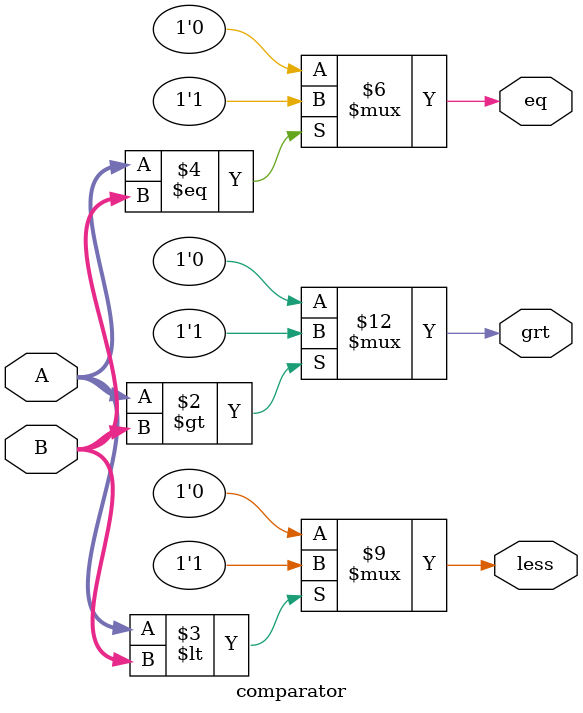
<source format=v>
module comparator(
	input [3:0]A,B,
	output reg grt,less,eq
);

always @(*) begin 

	grt = 0;
	less = 0;
	eq = 0;
	
	if(A > B)
		grt = 1'b1;
	if(A < B)
		less = 1'b1;
	if(A == B)
		eq = 1'b1;
end 
endmodule 
</source>
